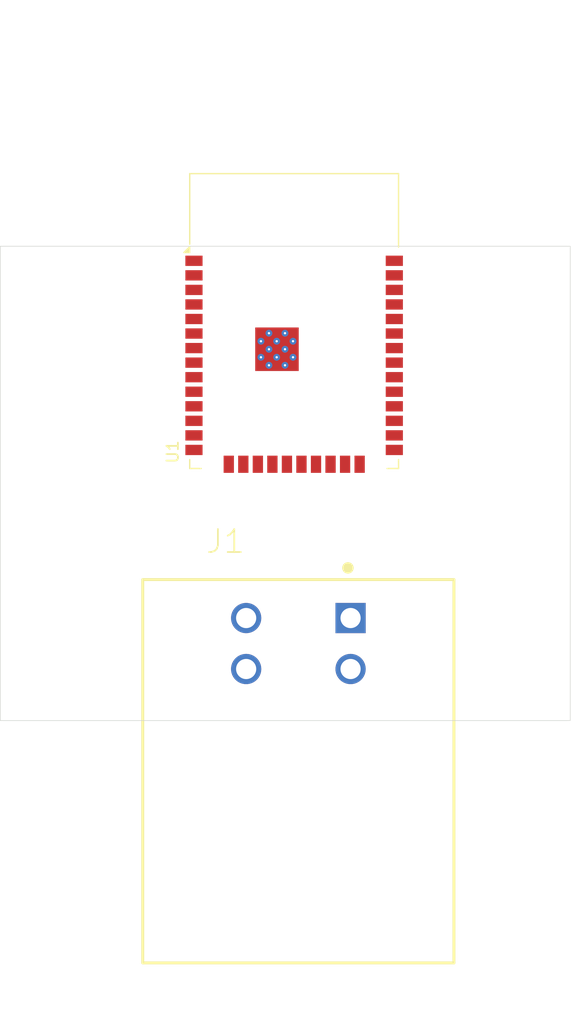
<source format=kicad_pcb>
(kicad_pcb (version 20240108) (generator "pcbnew") (generator_version "8.0")
  (layers (0 "F.Cu" signal) (31 "B.Cu" signal) (34 "B.Paste" user) (35 "F.Paste" user) (36 "B.SilkS" user "B.Silkscreen") (37 "F.SilkS" user "F.Silkscreen") (38 "B.Mask" user) (39 "F.Mask" user) (44 "Edge.Cuts" user))
  (net 0 "")
  (net 7 "Net-(U1-GND-Pad1)")
  (footprint "RF_Module:ESP32-WROOM-32D" (layer "F.Cu") (at 129.934 75.179)
    (property "Reference" "U1" (at -10.61 8.43 90) (layer "F.SilkS"))
    (property "Value" "ESP32-WROOM-32E")
    (fp_line (start -9.12 -15.86) (end -9.12 -9.7) (stroke (width 0.12)) (layer "F.SilkS"))
    (fp_line (start -9.12 -15.86) (end 9.12 -15.86) (stroke (width 0.12)) (layer "F.SilkS"))
    (fp_line (start -9.12 9.1) (end -9.12 9.88) (stroke (width 0.12)) (layer "F.SilkS"))
    (fp_line (start -9.12 9.88) (end -8.12 9.88) (stroke (width 0.12)) (layer "F.SilkS"))
    (fp_line (start 9.12 -15.86) (end 9.12 -9.445) (stroke (width 0.12)) (layer "F.SilkS"))
    (fp_line (start 9.12 9.1) (end 9.12 9.88) (stroke (width 0.12)) (layer "F.SilkS"))
    (fp_line (start 9.12 9.88) (end 8.12 9.88) (stroke (width 0.12)) (layer "F.SilkS"))
    (fp_poly (pts (xy -9.125 -8.975) (xy -9.625 -8.975) (xy -9.125 -9.475) (xy -9.125 -8.975)) (stroke (width 0.12)) (fill solid) (layer "F.SilkS"))
    (pad "1" smd rect (at -8.75 -8.25) (size 1.5 0.9) (layers "F.Cu" "F.Paste" "F.Mask") (net 7 "Net-(U1-GND-Pad1)"))
    (pad "2" smd rect (at -8.75 -6.98) (size 1.5 0.9) (layers "F.Cu" "F.Paste" "F.Mask"))
    (pad "3" smd rect (at -8.75 -5.71) (size 1.5 0.9) (layers "F.Cu" "F.Paste" "F.Mask"))
    (pad "4" smd rect (at -8.75 -4.44) (size 1.5 0.9) (layers "F.Cu" "F.Paste" "F.Mask"))
    (pad "5" smd rect (at -8.75 -3.17) (size 1.5 0.9) (layers "F.Cu" "F.Paste" "F.Mask"))
    (pad "6" smd rect (at -8.75 -1.9) (size 1.5 0.9) (layers "F.Cu" "F.Paste" "F.Mask"))
    (pad "7" smd rect (at -8.75 -0.63) (size 1.5 0.9) (layers "F.Cu" "F.Paste" "F.Mask"))
    (pad "8" smd rect (at -8.75 0.64) (size 1.5 0.9) (layers "F.Cu" "F.Paste" "F.Mask"))
    (pad "9" smd rect (at -8.75 1.91) (size 1.5 0.9) (layers "F.Cu" "F.Paste" "F.Mask"))
    (pad "10" smd rect (at -8.75 3.18) (size 1.5 0.9) (layers "F.Cu" "F.Paste" "F.Mask"))
    (pad "11" smd rect (at -8.75 4.45) (size 1.5 0.9) (layers "F.Cu" "F.Paste" "F.Mask"))
    (pad "12" smd rect (at -8.75 5.72) (size 1.5 0.9) (layers "F.Cu" "F.Paste" "F.Mask"))
    (pad "13" smd rect (at -8.75 6.99) (size 1.5 0.9) (layers "F.Cu" "F.Paste" "F.Mask"))
    (pad "14" smd rect (at -8.75 8.26) (size 1.5 0.9) (layers "F.Cu" "F.Paste" "F.Mask"))
    (pad "15" smd rect (at -5.71 9.51 90) (size 1.5 0.9) (layers "F.Cu" "F.Paste" "F.Mask") (net 7 "Net-(U1-GND-Pad1)"))
    (pad "16" smd rect (at -4.44 9.51 90) (size 1.5 0.9) (layers "F.Cu" "F.Paste" "F.Mask"))
    (pad "17" smd rect (at -3.17 9.51 90) (size 1.5 0.9) (layers "F.Cu" "F.Paste" "F.Mask"))
    (pad "18" smd rect (at -1.9 9.51 90) (size 1.5 0.9) (layers "F.Cu" "F.Paste" "F.Mask"))
    (pad "19" smd rect (at -0.63 9.51 90) (size 1.5 0.9) (layers "F.Cu" "F.Paste" "F.Mask"))
    (pad "20" smd rect (at 0.64 9.51 90) (size 1.5 0.9) (layers "F.Cu" "F.Paste" "F.Mask"))
    (pad "21" smd rect (at 1.91 9.51 90) (size 1.5 0.9) (layers "F.Cu" "F.Paste" "F.Mask"))
    (pad "22" smd rect (at 3.18 9.51 90) (size 1.5 0.9) (layers "F.Cu" "F.Paste" "F.Mask"))
    (pad "23" smd rect (at 4.45 9.51 90) (size 1.5 0.9) (layers "F.Cu" "F.Paste" "F.Mask"))
    (pad "24" smd rect (at 5.72 9.51 90) (size 1.5 0.9) (layers "F.Cu" "F.Paste" "F.Mask"))
    (pad "25" smd rect (at 8.75 8.26) (size 1.5 0.9) (layers "F.Cu" "F.Paste" "F.Mask"))
    (pad "26" smd rect (at 8.75 6.99) (size 1.5 0.9) (layers "F.Cu" "F.Paste" "F.Mask"))
    (pad "27" smd rect (at 8.75 5.72) (size 1.5 0.9) (layers "F.Cu" "F.Paste" "F.Mask"))
    (pad "28" smd rect (at 8.75 4.45) (size 1.5 0.9) (layers "F.Cu" "F.Paste" "F.Mask"))
    (pad "29" smd rect (at 8.75 3.18) (size 1.5 0.9) (layers "F.Cu" "F.Paste" "F.Mask"))
    (pad "30" smd rect (at 8.75 1.91) (size 1.5 0.9) (layers "F.Cu" "F.Paste" "F.Mask"))
    (pad "31" smd rect (at 8.75 0.64) (size 1.5 0.9) (layers "F.Cu" "F.Paste" "F.Mask"))
    (pad "32" smd rect (at 8.75 -0.63) (size 1.5 0.9) (layers "F.Cu" "F.Paste" "F.Mask"))
    (pad "33" smd rect (at 8.75 -1.9) (size 1.5 0.9) (layers "F.Cu" "F.Paste" "F.Mask"))
    (pad "34" smd rect (at 8.75 -3.17) (size 1.5 0.9) (layers "F.Cu" "F.Paste" "F.Mask"))
    (pad "35" smd rect (at 8.75 -4.44) (size 1.5 0.9) (layers "F.Cu" "F.Paste" "F.Mask"))
    (pad "36" smd rect (at 8.75 -5.71) (size 1.5 0.9) (layers "F.Cu" "F.Paste" "F.Mask"))
    (pad "37" smd rect (at 8.75 -6.98) (size 1.5 0.9) (layers "F.Cu" "F.Paste" "F.Mask"))
    (pad "38" smd rect (at 8.75 -8.25) (size 1.5 0.9) (layers "F.Cu" "F.Paste" "F.Mask") (net 7 "Net-(U1-GND-Pad1)"))
    (pad "39" smd rect (at -2.9 -1.93) (size 0.9 0.9) (layers "F.Cu" "F.Paste") (net 7 "Net-(U1-GND-Pad1)"))
    (pad "39" thru_hole circle (at -2.9 -1.23) (size 0.6 0.6) (drill 0.2) (property pad_prop_heatsink) (layers "*.Cu" "F.Mask") (net 7 "Net-(U1-GND-Pad1)"))
    (pad "39" smd rect (at -2.9 -0.53) (size 0.9 0.9) (layers "F.Cu" "F.Paste") (net 7 "Net-(U1-GND-Pad1)"))
    (pad "39" thru_hole circle (at -2.9 0.17) (size 0.6 0.6) (drill 0.2) (property pad_prop_heatsink) (layers "*.Cu" "F.Mask") (net 7 "Net-(U1-GND-Pad1)"))
    (pad "39" smd rect (at -2.9 0.87) (size 0.9 0.9) (layers "F.Cu" "F.Paste") (net 7 "Net-(U1-GND-Pad1)"))
    (pad "39" thru_hole circle (at -2.2 -1.93) (size 0.6 0.6) (drill 0.2) (property pad_prop_heatsink) (layers "*.Cu" "F.Mask") (net 7 "Net-(U1-GND-Pad1)"))
    (pad "39" thru_hole circle (at -2.2 -0.53) (size 0.6 0.6) (drill 0.2) (property pad_prop_heatsink) (layers "*.Cu" "F.Mask") (net 7 "Net-(U1-GND-Pad1)"))
    (pad "39" thru_hole circle (at -2.2 0.87) (size 0.6 0.6) (drill 0.2) (property pad_prop_heatsink) (layers "*.Cu" "F.Mask") (net 7 "Net-(U1-GND-Pad1)"))
    (pad "39" thru_hole circle (at -1.525 -1.23) (size 0.6 0.6) (drill 0.2) (property pad_prop_heatsink) (layers "*.Cu" "F.Mask") (net 7 "Net-(U1-GND-Pad1)"))
    (pad "39" thru_hole circle (at -1.525 0.17) (size 0.6 0.6) (drill 0.2) (property pad_prop_heatsink) (layers "*.Cu" "F.Mask") (net 7 "Net-(U1-GND-Pad1)"))
    (pad "39" smd rect (at -1.5 -1.93) (size 0.9 0.9) (layers "F.Cu" "F.Paste") (net 7 "Net-(U1-GND-Pad1)"))
    (pad "39" smd rect (at -1.5 -0.53) (size 0.9 0.9) (layers "F.Cu" "F.Paste") (net 7 "Net-(U1-GND-Pad1)"))
    (pad "39" smd rect (at -1.5 -0.53) (size 3.8 3.8) (layers "F.Cu" "F.Mask") (net 7 "Net-(U1-GND-Pad1)"))
    (pad "39" smd rect (at -1.5 0.87) (size 0.9 0.9) (layers "F.Cu" "F.Paste") (net 7 "Net-(U1-GND-Pad1)"))
    (pad "39" thru_hole circle (at -0.8 -1.93) (size 0.6 0.6) (drill 0.2) (property pad_prop_heatsink) (layers "*.Cu" "F.Mask") (net 7 "Net-(U1-GND-Pad1)"))
    (pad "39" thru_hole circle (at -0.8 -0.53) (size 0.6 0.6) (drill 0.2) (property pad_prop_heatsink) (layers "*.Cu" "F.Mask") (net 7 "Net-(U1-GND-Pad1)"))
    (pad "39" thru_hole circle (at -0.8 0.87) (size 0.6 0.6) (drill 0.2) (property pad_prop_heatsink) (layers "*.Cu" "F.Mask") (net 7 "Net-(U1-GND-Pad1)"))
    (pad "39" smd rect (at -0.1 -1.93) (size 0.9 0.9) (layers "F.Cu" "F.Paste") (net 7 "Net-(U1-GND-Pad1)"))
    (pad "39" thru_hole circle (at -0.1 -1.23) (size 0.6 0.6) (drill 0.2) (property pad_prop_heatsink) (layers "*.Cu" "F.Mask") (net 7 "Net-(U1-GND-Pad1)"))
    (pad "39" smd rect (at -0.1 -0.53) (size 0.9 0.9) (layers "F.Cu" "F.Paste") (net 7 "Net-(U1-GND-Pad1)"))
    (pad "39" thru_hole circle (at -0.1 0.17) (size 0.6 0.6) (drill 0.2) (property pad_prop_heatsink) (layers "*.Cu" "F.Mask") (net 7 "Net-(U1-GND-Pad1)"))
    (pad "39" smd rect (at -0.1 0.87) (size 0.9 0.9) (layers "F.Cu" "F.Paste") (net 7 "Net-(U1-GND-Pad1)"))
  )
  (footprint "DTF13-4P:TE_DTF13-4P" (layer "F.Cu") (at 130.302 100.3355)
    (property "Reference" "J1" (at -6.36055 -8.90477 0) (layer "F.SilkS") (effects (font (size 2.003323 2.003323))))
    (property "Value" "DTF13-4P")
    (fp_line (start -13.59 -5.58) (end 13.59 -5.58) (stroke (width 0.254)) (layer "F.SilkS"))
    (fp_line (start -13.59 27.88) (end -13.59 -5.58) (stroke (width 0.254)) (layer "F.SilkS"))
    (fp_line (start 13.59 -5.58) (end 13.59 27.88) (stroke (width 0.254)) (layer "F.SilkS"))
    (fp_line (start 13.59 27.88) (end -13.59 27.88) (stroke (width 0.254)) (layer "F.SilkS"))
    (fp_circle (center 4.33 -6.6) (end 4.58 -6.6) (stroke (width 0.5)) (fill none) (layer "F.SilkS"))
    (pad "" np_thru_hole circle (at -10.415 0) (size 2.16 2.16) (drill 2.16) (layers "*.Cu" "*.Mask"))
    (pad "" np_thru_hole circle (at 10.415 0) (size 2.16 2.16) (drill 2.16) (layers "*.Cu" "*.Mask"))
    (pad "1" thru_hole rect (at 4.561 -2.223) (size 2.64 2.64) (drill 1.76) (layers "*.Cu" "*.Mask"))
    (pad "2" thru_hole circle (at 4.561 2.227) (size 2.64 2.64) (drill 1.76) (layers "*.Cu" "*.Mask"))
    (pad "3" thru_hole circle (at -4.559 2.227) (size 2.64 2.64) (drill 1.76) (layers "*.Cu" "*.Mask"))
    (pad "4" thru_hole circle (at -4.559 -2.223) (size 2.64 2.64) (drill 1.76) (layers "*.Cu" "*.Mask"))
  )
  (gr_rect (start 104.267 65.659) (end 154.051 107.061) (stroke (width 0.05)) (fill none) (layer "Edge.Cuts"))
)
</source>
